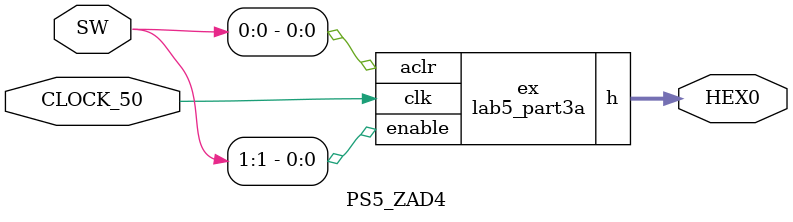
<source format=v>
module counter_mod_M
	#(parameter M=11)
	(input clk,aclr,enable,
	output reg [N-1:0] Q);
	
	localparam N=clogb2(M-1);

	function integer clogb2(input [31:0] v);

	for (clogb2 = 0; v > 0; clogb2 = clogb2 + 1)
		v = v >> 1;
	endfunction

	always @(posedge clk, negedge aclr)
		if (!aclr)
			Q <= {N{1'b0}};
		else if (Q == M-1)
			Q <= {N{1'b0}};
		else if (enable)
			Q <= Q + 1'b1;
		else	
			Q <= Q;

endmodule

module counter_mod_10(
	input clk,aclr,enable,
	output [3:0] Q);

	counter_mod_M #(11) ex(clk,aclr,enable,Q);

endmodule

module lab5_part3a(
	input clk,aclr,enable,
	output [0:6] h);
	localparam sizeA=clogb2(50000000);
	function integer clogb2(input [31:0] v);
	
		for (clogb2 = 0; v > 0; clogb2 = clogb2 + 1)
			v = v >> 1;
	
	endfunction
	
	wire [sizeA-1:0] A;
	wire e_1_sec;
	wire [3:0] B;
	counter_mod_M #(50000000) ex0(clk,aclr,enable,A);
	assign e_1_sec = ~|A;
	counter_mod_M #(11) ex1(clk,aclr,e_1_sec,B);
	decoder_hex_10 ex(B,h);
endmodule


module decoder_hex_10(
	input [3:0] SW,
	output reg [0:6] HEX0,
	output reg E);
	
	assign LEDR=SW;
	always @(*)
		if(SW>4'b1001) begin
		E=1;
		end
		
		else begin
		
		E=0;
		casex(SW)
			4'd0: HEX0=7'b0000001;
			4'd1: HEX0=7'b1001111;
			4'd2: HEX0=7'b0010010;
			4'd3: HEX0=7'b0000110;
			4'd4: HEX0=7'b1001100;
			4'd5: HEX0=7'b0100100;
			4'd6: HEX0=7'b0100000;
			4'd7: HEX0=7'b0001111;
			4'd8: HEX0=7'b0000000;
			4'd9: HEX0=7'b0000100;
			default: HEX0=7'b1111111;
		endcase
		end
endmodule

module PS5_ZAD4(
	input CLOCK_50,
	input [1:0] SW,
	output [0:6] HEX0);

	lab5_part3a ex(CLOCK_50,SW[0],SW[1],HEX0);

endmodule

</source>
